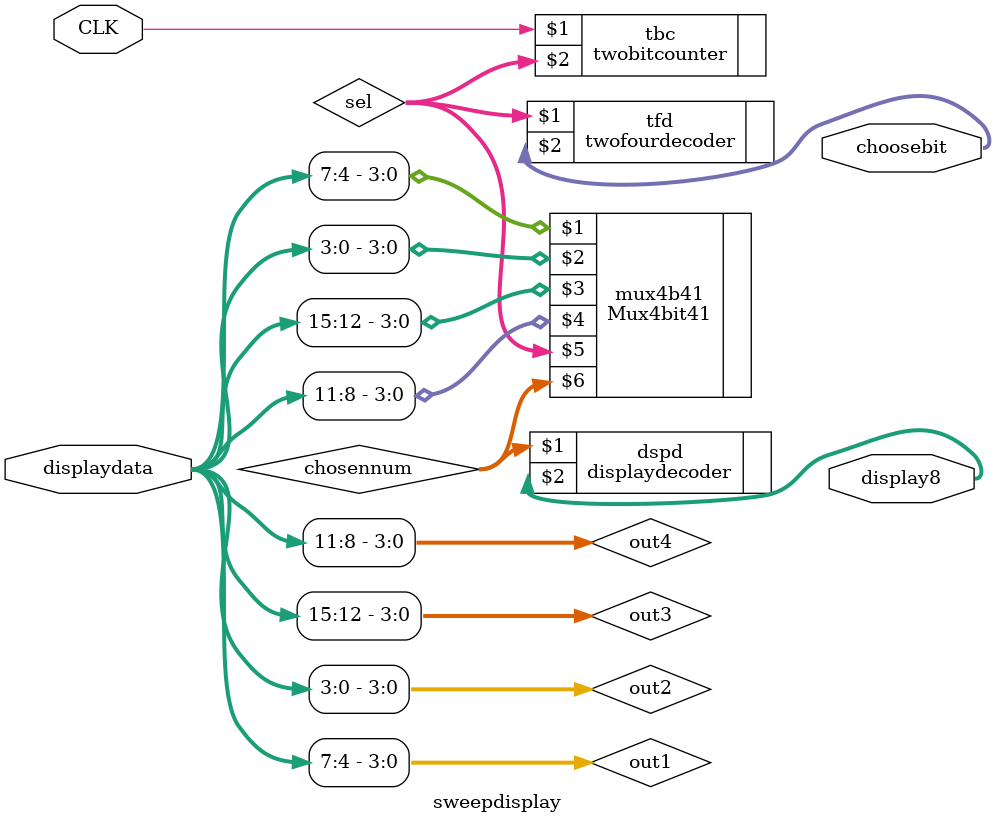
<source format=v>
module sweepdisplay(CLK,displaydata,display8,choosebit);
input CLK;
input[15:0] displaydata;
output[7:0] display8;
output[3:0] choosebit;

wire[1:0] sel;
wire[3:0] out1;
wire[3:0] out2;
wire[3:0] out3;
wire[3:0] out4;
wire[3:0] chosennum;

assign out4=displaydata[11:8];
assign out3=displaydata[15:12];
assign out2=displaydata[3:0];
assign out1=displaydata[7:4];

twobitcounter tbc(CLK,sel);
Mux4bit41 mux4b41(out1,out2,out3,out4,sel,chosennum);
displaydecoder dspd(chosennum,display8);
twofourdecoder tfd(sel,choosebit);

endmodule
</source>
